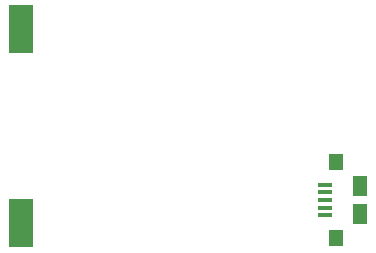
<source format=gbr>
G04 #@! TF.GenerationSoftware,KiCad,Pcbnew,(5.0.0)*
G04 #@! TF.CreationDate,2018-12-20T12:17:44-05:00*
G04 #@! TF.ProjectId,fk-weather,666B2D776561746865722E6B69636164,0.1*
G04 #@! TF.SameCoordinates,PX791ddc0PY791ddc0*
G04 #@! TF.FileFunction,Paste,Bot*
G04 #@! TF.FilePolarity,Positive*
%FSLAX46Y46*%
G04 Gerber Fmt 4.6, Leading zero omitted, Abs format (unit mm)*
G04 Created by KiCad (PCBNEW (5.0.0)) date 12/20/18 12:17:44*
%MOMM*%
%LPD*%
G01*
G04 APERTURE LIST*
%ADD10R,1.260000X1.440000*%
%ADD11R,1.215000X0.360000*%
%ADD12R,1.260000X1.710000*%
%ADD13R,2.070000X4.050000*%
G04 APERTURE END LIST*
D10*
G04 #@! TO.C,J5*
X-8527800Y-60188000D03*
D11*
X-9447800Y-64688000D03*
X-9447800Y-64038000D03*
X-9447800Y-62088000D03*
X-9447800Y-62738000D03*
D12*
X-6527800Y-62188000D03*
X-6527800Y-64588000D03*
D11*
X-9447800Y-63388000D03*
D10*
X-8527800Y-66588000D03*
G04 #@! TD*
D13*
G04 #@! TO.C,BT1*
X-35179000Y-65350000D03*
X-35179000Y-48950000D03*
G04 #@! TD*
M02*

</source>
